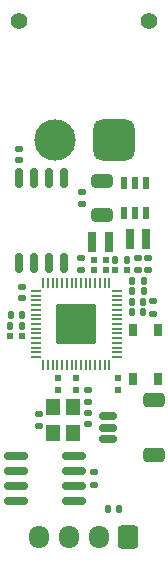
<source format=gts>
%TF.GenerationSoftware,KiCad,Pcbnew,9.0.0*%
%TF.CreationDate,2025-04-09T23:46:37-07:00*%
%TF.ProjectId,RP2350_60QFN_minimal,52503233-3530-45f3-9630-51464e5f6d69,rev?*%
%TF.SameCoordinates,Original*%
%TF.FileFunction,Soldermask,Top*%
%TF.FilePolarity,Negative*%
%FSLAX46Y46*%
G04 Gerber Fmt 4.6, Leading zero omitted, Abs format (unit mm)*
G04 Created by KiCad (PCBNEW 9.0.0) date 2025-04-09 23:46:37*
%MOMM*%
%LPD*%
G01*
G04 APERTURE LIST*
G04 Aperture macros list*
%AMRoundRect*
0 Rectangle with rounded corners*
0 $1 Rounding radius*
0 $2 $3 $4 $5 $6 $7 $8 $9 X,Y pos of 4 corners*
0 Add a 4 corners polygon primitive as box body*
4,1,4,$2,$3,$4,$5,$6,$7,$8,$9,$2,$3,0*
0 Add four circle primitives for the rounded corners*
1,1,$1+$1,$2,$3*
1,1,$1+$1,$4,$5*
1,1,$1+$1,$6,$7*
1,1,$1+$1,$8,$9*
0 Add four rect primitives between the rounded corners*
20,1,$1+$1,$2,$3,$4,$5,0*
20,1,$1+$1,$4,$5,$6,$7,0*
20,1,$1+$1,$6,$7,$8,$9,0*
20,1,$1+$1,$8,$9,$2,$3,0*%
%AMFreePoly0*
4,1,18,-0.437500,0.050000,-0.433694,0.069134,-0.422855,0.085355,-0.406634,0.096194,-0.387500,0.100000,0.387500,0.100000,0.437500,0.050000,0.437500,-0.050000,0.433694,-0.069134,0.422855,-0.085355,0.406634,-0.096194,0.387500,-0.100000,-0.387500,-0.100000,-0.406634,-0.096194,-0.422855,-0.085355,-0.433694,-0.069134,-0.437500,-0.050000,-0.437500,0.050000,-0.437500,0.050000,$1*%
%AMFreePoly1*
4,1,18,-0.437500,0.050000,-0.433694,0.069134,-0.422855,0.085355,-0.406634,0.096194,-0.387500,0.100000,0.387500,0.100000,0.406634,0.096194,0.422855,0.085355,0.433694,0.069134,0.437500,0.050000,0.437500,-0.050000,0.387500,-0.100000,-0.387500,-0.100000,-0.406634,-0.096194,-0.422855,-0.085355,-0.433694,-0.069134,-0.437500,-0.050000,-0.437500,0.050000,-0.437500,0.050000,$1*%
%AMFreePoly2*
4,1,18,-0.100000,0.387500,-0.050000,0.437500,0.050000,0.437500,0.069134,0.433694,0.085355,0.422855,0.096194,0.406634,0.100000,0.387500,0.100000,-0.387500,0.096194,-0.406634,0.085355,-0.422855,0.069134,-0.433694,0.050000,-0.437500,-0.050000,-0.437500,-0.069134,-0.433694,-0.085355,-0.422855,-0.096194,-0.406634,-0.100000,-0.387500,-0.100000,0.387500,-0.100000,0.387500,$1*%
%AMFreePoly3*
4,1,18,-0.100000,0.387500,-0.096194,0.406634,-0.085355,0.422855,-0.069134,0.433694,-0.050000,0.437500,0.050000,0.437500,0.100000,0.387500,0.100000,-0.387500,0.096194,-0.406634,0.085355,-0.422855,0.069134,-0.433694,0.050000,-0.437500,-0.050000,-0.437500,-0.069134,-0.433694,-0.085355,-0.422855,-0.096194,-0.406634,-0.100000,-0.387500,-0.100000,0.387500,-0.100000,0.387500,$1*%
%AMFreePoly4*
4,1,18,-0.437500,0.050000,-0.433694,0.069134,-0.422855,0.085355,-0.406634,0.096194,-0.387500,0.100000,0.387500,0.100000,0.406634,0.096194,0.422855,0.085355,0.433694,0.069134,0.437500,0.050000,0.437500,-0.050000,0.433694,-0.069134,0.422855,-0.085355,0.406634,-0.096194,0.387500,-0.100000,-0.387500,-0.100000,-0.437500,-0.050000,-0.437500,0.050000,-0.437500,0.050000,$1*%
%AMFreePoly5*
4,1,18,-0.437500,0.050000,-0.387500,0.100000,0.387500,0.100000,0.406634,0.096194,0.422855,0.085355,0.433694,0.069134,0.437500,0.050000,0.437500,-0.050000,0.433694,-0.069134,0.422855,-0.085355,0.406634,-0.096194,0.387500,-0.100000,-0.387500,-0.100000,-0.406634,-0.096194,-0.422855,-0.085355,-0.433694,-0.069134,-0.437500,-0.050000,-0.437500,0.050000,-0.437500,0.050000,$1*%
%AMFreePoly6*
4,1,18,-0.100000,0.387500,-0.096194,0.406634,-0.085355,0.422855,-0.069134,0.433694,-0.050000,0.437500,0.050000,0.437500,0.069134,0.433694,0.085355,0.422855,0.096194,0.406634,0.100000,0.387500,0.100000,-0.387500,0.050000,-0.437500,-0.050000,-0.437500,-0.069134,-0.433694,-0.085355,-0.422855,-0.096194,-0.406634,-0.100000,-0.387500,-0.100000,0.387500,-0.100000,0.387500,$1*%
%AMFreePoly7*
4,1,18,-0.100000,0.387500,-0.096194,0.406634,-0.085355,0.422855,-0.069134,0.433694,-0.050000,0.437500,0.050000,0.437500,0.069134,0.433694,0.085355,0.422855,0.096194,0.406634,0.100000,0.387500,0.100000,-0.387500,0.096194,-0.406634,0.085355,-0.422855,0.069134,-0.433694,0.050000,-0.437500,-0.050000,-0.437500,-0.100000,-0.387500,-0.100000,0.387500,-0.100000,0.387500,$1*%
G04 Aperture macros list end*
%ADD10R,0.530000X0.470000*%
%ADD11RoundRect,0.140000X-0.170000X0.140000X-0.170000X-0.140000X0.170000X-0.140000X0.170000X0.140000X0*%
%ADD12RoundRect,0.135000X0.135000X0.185000X-0.135000X0.185000X-0.135000X-0.185000X0.135000X-0.185000X0*%
%ADD13R,0.599999X1.100000*%
%ADD14RoundRect,0.162500X0.162500X-0.650000X0.162500X0.650000X-0.162500X0.650000X-0.162500X-0.650000X0*%
%ADD15RoundRect,0.150000X0.625000X-0.150000X0.625000X0.150000X-0.625000X0.150000X-0.625000X-0.150000X0*%
%ADD16RoundRect,0.250000X0.650000X-0.350000X0.650000X0.350000X-0.650000X0.350000X-0.650000X-0.350000X0*%
%ADD17RoundRect,0.140000X0.170000X-0.140000X0.170000X0.140000X-0.170000X0.140000X-0.170000X-0.140000X0*%
%ADD18R,1.200000X1.400000*%
%ADD19R,0.470000X0.530000*%
%ADD20R,0.700000X1.700000*%
%ADD21RoundRect,0.140000X-0.140000X-0.170000X0.140000X-0.170000X0.140000X0.170000X-0.140000X0.170000X0*%
%ADD22RoundRect,0.135000X0.185000X-0.135000X0.185000X0.135000X-0.185000X0.135000X-0.185000X-0.135000X0*%
%ADD23RoundRect,0.250000X-0.650000X0.325000X-0.650000X-0.325000X0.650000X-0.325000X0.650000X0.325000X0*%
%ADD24RoundRect,0.140000X0.140000X0.170000X-0.140000X0.170000X-0.140000X-0.170000X0.140000X-0.170000X0*%
%ADD25FreePoly0,0.000000*%
%ADD26RoundRect,0.050000X-0.387500X-0.050000X0.387500X-0.050000X0.387500X0.050000X-0.387500X0.050000X0*%
%ADD27FreePoly1,0.000000*%
%ADD28FreePoly2,0.000000*%
%ADD29RoundRect,0.050000X-0.050000X-0.387500X0.050000X-0.387500X0.050000X0.387500X-0.050000X0.387500X0*%
%ADD30FreePoly3,0.000000*%
%ADD31FreePoly4,0.000000*%
%ADD32FreePoly5,0.000000*%
%ADD33FreePoly6,0.000000*%
%ADD34FreePoly7,0.000000*%
%ADD35RoundRect,0.153000X1.547000X-1.547000X1.547000X1.547000X-1.547000X1.547000X-1.547000X-1.547000X0*%
%ADD36RoundRect,0.135000X-0.185000X0.135000X-0.185000X-0.135000X0.185000X-0.135000X0.185000X0.135000X0*%
%ADD37RoundRect,0.250000X0.600000X0.725000X-0.600000X0.725000X-0.600000X-0.725000X0.600000X-0.725000X0*%
%ADD38O,1.700000X1.950000*%
%ADD39RoundRect,0.135000X-0.135000X-0.185000X0.135000X-0.185000X0.135000X0.185000X-0.135000X0.185000X0*%
%ADD40R,0.650000X1.050000*%
%ADD41C,1.400000*%
%ADD42RoundRect,0.770000X-0.980000X-0.980000X0.980000X-0.980000X0.980000X0.980000X-0.980000X0.980000X0*%
%ADD43C,3.500000*%
%ADD44RoundRect,0.150000X-0.825000X-0.150000X0.825000X-0.150000X0.825000X0.150000X-0.825000X0.150000X0*%
G04 APERTURE END LIST*
D10*
%TO.C,C18*%
X20701000Y-50666000D03*
X20701000Y-51696000D03*
%TD*%
D11*
%TO.C,C2*%
X19050000Y-53749000D03*
X19050000Y-54709000D03*
%TD*%
D12*
%TO.C,R5*%
X26545000Y-40640000D03*
X25525000Y-40640000D03*
%TD*%
D13*
%TO.C,U2*%
X26227999Y-36733000D03*
X27178000Y-36733000D03*
X28128001Y-36733000D03*
X28128001Y-34133000D03*
X27178000Y-34133000D03*
X26227999Y-34133000D03*
%TD*%
D14*
%TO.C,U1*%
X17399000Y-40925500D03*
X18669000Y-40925500D03*
X19939000Y-40925500D03*
X21209000Y-40925500D03*
X21209000Y-33750500D03*
X19939000Y-33750500D03*
X18669000Y-33750500D03*
X17399000Y-33750500D03*
%TD*%
D15*
%TO.C,J3*%
X24924000Y-55864000D03*
X24924000Y-54864000D03*
X24924000Y-53864000D03*
D16*
X28799000Y-57164000D03*
X28799000Y-52564000D03*
%TD*%
D17*
%TO.C,C13*%
X22606000Y-41501000D03*
X22606000Y-40541000D03*
%TD*%
D18*
%TO.C,Y1*%
X20232000Y-53129000D03*
X20232000Y-55329000D03*
X21932000Y-55329000D03*
X21932000Y-53129000D03*
%TD*%
D19*
%TO.C,C7*%
X23742000Y-40640000D03*
X24772000Y-40640000D03*
%TD*%
D10*
%TO.C,C15*%
X25753000Y-50666000D03*
X25753000Y-51696000D03*
%TD*%
D20*
%TO.C,L2*%
X23557000Y-39116000D03*
X24957000Y-39116000D03*
%TD*%
D21*
%TO.C,C20*%
X24920000Y-61722000D03*
X25880000Y-61722000D03*
%TD*%
D17*
%TO.C,C4*%
X17399000Y-32230000D03*
X17399000Y-31270000D03*
%TD*%
D10*
%TO.C,C11*%
X22225000Y-50666000D03*
X22225000Y-51696000D03*
%TD*%
D22*
%TO.C,R4*%
X28702000Y-45214000D03*
X28702000Y-44194000D03*
%TD*%
D11*
%TO.C,C6*%
X22733000Y-34953000D03*
X22733000Y-35913000D03*
%TD*%
%TO.C,C19*%
X27432000Y-40541000D03*
X27432000Y-41501000D03*
%TD*%
D23*
%TO.C,C1*%
X24384000Y-33958000D03*
X24384000Y-36908000D03*
%TD*%
D21*
%TO.C,C9*%
X26952000Y-44196000D03*
X27912000Y-44196000D03*
%TD*%
D24*
%TO.C,C12*%
X17625000Y-45339000D03*
X16665000Y-45339000D03*
%TD*%
D25*
%TO.C,U3*%
X18787500Y-43301000D03*
D26*
X18787500Y-43701000D03*
X18787500Y-44101000D03*
X18787500Y-44501000D03*
X18787500Y-44901000D03*
X18787500Y-45301000D03*
X18787500Y-45701000D03*
X18787500Y-46101000D03*
X18787500Y-46501000D03*
X18787500Y-46901000D03*
X18787500Y-47301000D03*
X18787500Y-47701000D03*
X18787500Y-48101000D03*
X18787500Y-48501000D03*
D27*
X18787500Y-48901000D03*
D28*
X19425000Y-49538500D03*
D29*
X19825000Y-49538500D03*
X20225000Y-49538500D03*
X20625000Y-49538500D03*
X21025000Y-49538500D03*
X21425000Y-49538500D03*
X21825000Y-49538500D03*
X22225000Y-49538500D03*
X22625000Y-49538500D03*
X23025000Y-49538500D03*
X23425000Y-49538500D03*
X23825000Y-49538500D03*
X24225000Y-49538500D03*
X24625000Y-49538500D03*
D30*
X25025000Y-49538500D03*
D31*
X25662500Y-48901000D03*
D26*
X25662500Y-48501000D03*
X25662500Y-48101000D03*
X25662500Y-47701000D03*
X25662500Y-47301000D03*
X25662500Y-46901000D03*
X25662500Y-46501000D03*
X25662500Y-46101000D03*
X25662500Y-45701000D03*
X25662500Y-45301000D03*
X25662500Y-44901000D03*
X25662500Y-44501000D03*
X25662500Y-44101000D03*
X25662500Y-43701000D03*
D32*
X25662500Y-43301000D03*
D33*
X25025000Y-42663500D03*
D29*
X24625000Y-42663500D03*
X24225000Y-42663500D03*
X23825000Y-42663500D03*
X23425000Y-42663500D03*
X23025000Y-42663500D03*
X22625000Y-42663500D03*
X22225000Y-42663500D03*
X21825000Y-42663500D03*
X21425000Y-42663500D03*
X21025000Y-42663500D03*
X20625000Y-42663500D03*
X20225000Y-42663500D03*
X19825000Y-42663500D03*
D34*
X19425000Y-42663500D03*
D35*
X22225000Y-46101000D03*
%TD*%
D19*
%TO.C,C5*%
X23742000Y-41529000D03*
X24772000Y-41529000D03*
%TD*%
D36*
%TO.C,R3*%
X23241000Y-51687000D03*
X23241000Y-52707000D03*
%TD*%
D37*
%TO.C,J5*%
X26610000Y-64142500D03*
D38*
X24110000Y-64142500D03*
X21610000Y-64142500D03*
X19110000Y-64142500D03*
%TD*%
D11*
%TO.C,C16*%
X17653000Y-42954000D03*
X17653000Y-43914000D03*
%TD*%
D20*
%TO.C,L1*%
X26732000Y-38862000D03*
X28132000Y-38862000D03*
%TD*%
D19*
%TO.C,C17*%
X17660000Y-47117000D03*
X16630000Y-47117000D03*
%TD*%
D39*
%TO.C,R2*%
X26922000Y-43307000D03*
X27942000Y-43307000D03*
%TD*%
D40*
%TO.C,SW1*%
X29142000Y-46609000D03*
X29142000Y-50759000D03*
X26992000Y-46609000D03*
X26992000Y-50734000D03*
%TD*%
D11*
%TO.C,C3*%
X23241000Y-53594000D03*
X23241000Y-54554000D03*
%TD*%
D41*
%TO.C,J1*%
X17400000Y-20480000D03*
X28400000Y-20480000D03*
D42*
X25400000Y-30480000D03*
D43*
X20400000Y-30480000D03*
%TD*%
D21*
%TO.C,C14*%
X26952000Y-45085000D03*
X27912000Y-45085000D03*
%TD*%
D36*
%TO.C,R7*%
X23749000Y-58672000D03*
X23749000Y-59692000D03*
%TD*%
D19*
%TO.C,C10*%
X25520000Y-41529000D03*
X26550000Y-41529000D03*
%TD*%
D44*
%TO.C,U4*%
X17083000Y-57277000D03*
X17083000Y-58547000D03*
X17083000Y-59817000D03*
X17083000Y-61087000D03*
X22033000Y-61087000D03*
X22033000Y-59817000D03*
X22033000Y-58547000D03*
X22033000Y-57277000D03*
%TD*%
D12*
%TO.C,R1*%
X27942000Y-42418000D03*
X26922000Y-42418000D03*
%TD*%
%TO.C,R6*%
X17655000Y-46228000D03*
X16635000Y-46228000D03*
%TD*%
D11*
%TO.C,C8*%
X28321000Y-40541000D03*
X28321000Y-41501000D03*
%TD*%
M02*

</source>
